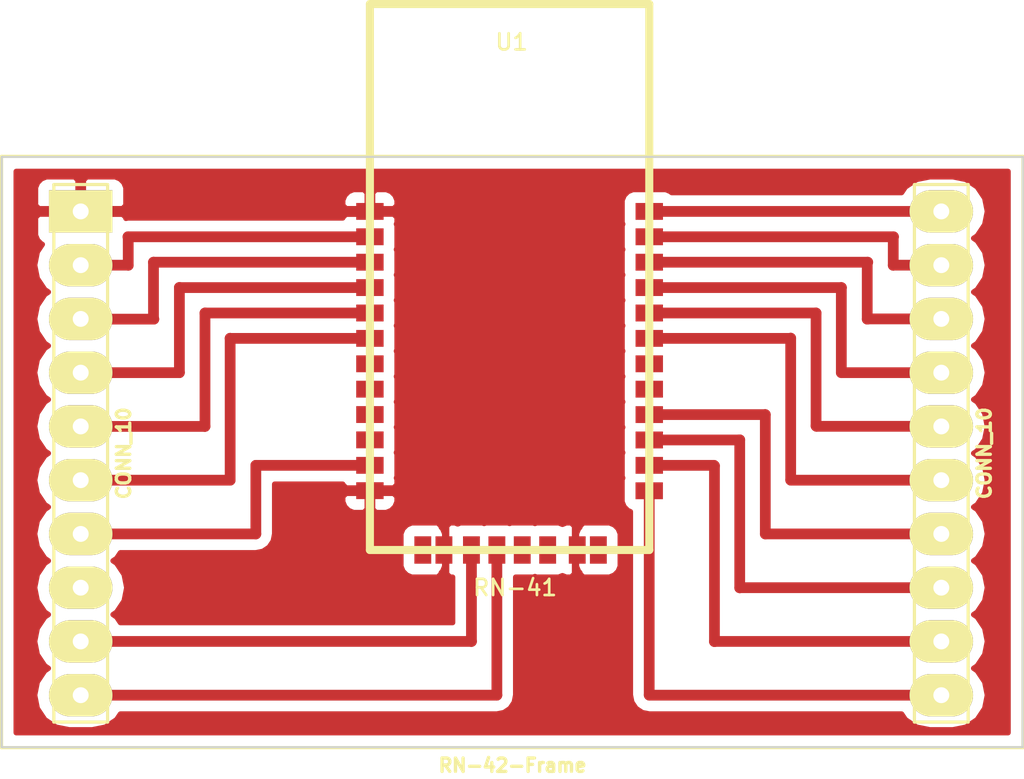
<source format=kicad_pcb>
(kicad_pcb (version 3) (host pcbnew "(2013-03-31 BZR 4008)-stable")

  (general
    (links 22)
    (no_connects 2)
    (area 196.515919 157.396179 245.941921 194.99961)
    (thickness 1.6)
    (drawings 4)
    (tracks 80)
    (zones 0)
    (modules 4)
    (nets 20)
  )

  (page A3)
  (layers
    (15 F.Cu signal)
    (0 B.Cu signal)
    (16 B.Adhes user)
    (17 F.Adhes user)
    (18 B.Paste user)
    (19 F.Paste user)
    (20 B.SilkS user)
    (21 F.SilkS user)
    (22 B.Mask user)
    (23 F.Mask user)
    (24 Dwgs.User user)
    (25 Cmts.User user)
    (26 Eco1.User user)
    (27 Eco2.User user)
    (28 Edge.Cuts user)
  )

  (setup
    (last_trace_width 0.508)
    (trace_clearance 0.508)
    (zone_clearance 0.508)
    (zone_45_only no)
    (trace_min 0.254)
    (segment_width 0.2)
    (edge_width 0.1)
    (via_size 0.889)
    (via_drill 0.635)
    (via_min_size 0.889)
    (via_min_drill 0.508)
    (uvia_size 0.508)
    (uvia_drill 0.127)
    (uvias_allowed no)
    (uvia_min_size 0.508)
    (uvia_min_drill 0.127)
    (pcb_text_width 0.3)
    (pcb_text_size 1.5 1.5)
    (mod_edge_width 0.15)
    (mod_text_size 1 1)
    (mod_text_width 0.15)
    (pad_size 2 3)
    (pad_drill 0.75)
    (pad_to_mask_clearance 0)
    (aux_axis_origin 0 0)
    (visible_elements 7FFFFFFF)
    (pcbplotparams
      (layerselection 3178497)
      (usegerberextensions true)
      (excludeedgelayer true)
      (linewidth 152400)
      (plotframeref false)
      (viasonmask false)
      (mode 1)
      (useauxorigin false)
      (hpglpennumber 1)
      (hpglpenspeed 20)
      (hpglpendiameter 15)
      (hpglpenoverlay 2)
      (psnegative false)
      (psa4output false)
      (plotreference true)
      (plotvalue true)
      (plotothertext true)
      (plotinvisibletext false)
      (padsonsilk false)
      (subtractmaskfromsilk false)
      (outputformat 1)
      (mirror false)
      (drillshape 1)
      (scaleselection 1)
      (outputdirectory svg))
  )

  (net 0 "")
  (net 1 /GPIO10)
  (net 2 /GPIO11)
  (net 3 /GPIO6)
  (net 4 /GPIO7)
  (net 5 /RESET)
  (net 6 /SPI_CLOCK)
  (net 7 /SPI_MOSI)
  (net 8 /VDD)
  (net 9 GND)
  (net 10 N-000001)
  (net 11 N-0000010)
  (net 12 N-000002)
  (net 13 N-000003)
  (net 14 N-000004)
  (net 15 N-000005)
  (net 16 N-000006)
  (net 17 N-000007)
  (net 18 N-000008)
  (net 19 N-000009)

  (net_class Default "This is the default net class."
    (clearance 0.508)
    (trace_width 0.508)
    (via_dia 0.889)
    (via_drill 0.635)
    (uvia_dia 0.508)
    (uvia_drill 0.127)
    (add_net "")
    (add_net /GPIO10)
    (add_net /GPIO11)
    (add_net /GPIO6)
    (add_net /GPIO7)
    (add_net /RESET)
    (add_net /SPI_CLOCK)
    (add_net /SPI_MOSI)
    (add_net /VDD)
    (add_net GND)
    (add_net N-000001)
    (add_net N-0000010)
    (add_net N-000002)
    (add_net N-000003)
    (add_net N-000004)
    (add_net N-000005)
    (add_net N-000006)
    (add_net N-000007)
    (add_net N-000008)
    (add_net N-000009)
  )

  (module pinHeader-10x1x2 (layer F.Cu) (tedit 51BF20F7) (tstamp 51BE8854)
    (at 241.5032 179.324 270)
    (descr "Single rangee contacts 1 x 28 pins")
    (tags CONN)
    (path /51BE8205)
    (fp_text reference P2 (at 0 2.032 270) (layer F.SilkS) hide
      (effects (font (size 0.63246 0.63246) (thickness 0.15748)))
    )
    (fp_text value CONN_10 (at 0 -2.032 270) (layer F.SilkS)
      (effects (font (size 0.63246 0.63246) (thickness 0.15748)))
    )
    (fp_line (start -12.7 1.27) (end 12.7 1.27) (layer F.SilkS) (width 0.15))
    (fp_line (start 12.7 -1.27) (end -12.7 -1.27) (layer F.SilkS) (width 0.15))
    (fp_line (start 12.7 -1.27) (end 12.7 1.27) (layer F.SilkS) (width 0.15))
    (fp_line (start -12.7 1.27) (end -12.7 -1.27) (layer F.SilkS) (width 0.14986))
    (pad 1 thru_hole oval (at -11.43 0 270) (size 2 3) (drill 0.75)
      (layers *.Cu *.Mask F.SilkS)
      (net 11 N-0000010)
    )
    (pad 2 thru_hole oval (at -8.89 0 270) (size 2 3) (drill 0.75)
      (layers *.Cu *.Mask F.SilkS)
      (net 19 N-000009)
    )
    (pad 4 thru_hole oval (at -3.81 0 270) (size 2 3) (drill 0.75)
      (layers *.Cu *.Mask F.SilkS)
      (net 17 N-000007)
    )
    (pad 6 thru_hole oval (at 1.27 0 270) (size 2 3) (drill 0.75)
      (layers *.Cu *.Mask F.SilkS)
      (net 16 N-000006)
    )
    (pad 3 thru_hole oval (at -6.35 0 270) (size 2 3) (drill 0.75)
      (layers *.Cu *.Mask F.SilkS)
      (net 18 N-000008)
    )
    (pad 5 thru_hole oval (at -1.27 0 270) (size 2 3) (drill 0.75)
      (layers *.Cu *.Mask F.SilkS)
      (net 10 N-000001)
    )
    (pad 7 thru_hole oval (at 3.81 0 270) (size 2 3) (drill 0.75)
      (layers *.Cu *.Mask F.SilkS)
      (net 15 N-000005)
    )
    (pad 8 thru_hole oval (at 6.35 0 270) (size 2 3) (drill 0.75)
      (layers *.Cu *.Mask F.SilkS)
      (net 14 N-000004)
    )
    (pad 9 thru_hole oval (at 8.89 0 270) (size 2 3) (drill 0.75)
      (layers *.Cu *.Mask F.SilkS)
      (net 13 N-000003)
    )
    (pad 10 thru_hole oval (at 11.43 0 270) (size 2 3) (drill 0.75)
      (layers *.Cu *.Mask F.SilkS)
      (net 12 N-000002)
    )
  )

  (module RN-41 (layer F.Cu) (tedit 4FF4BF32) (tstamp 51BE8830)
    (at 214.503 167.894)
    (path /51BE8149)
    (fp_text reference U1 (at 6.70052 -8.001) (layer F.SilkS)
      (effects (font (size 0.762 0.762) (thickness 0.127)))
    )
    (fp_text value RN-41 (at 6.858 17.78) (layer F.SilkS)
      (effects (font (size 0.762 0.762) (thickness 0.127)))
    )
    (fp_line (start 13.20038 15.99946) (end 0 15.99946) (layer F.SilkS) (width 0.381))
    (fp_line (start 0 15.99946) (end 0 -9.79932) (layer F.SilkS) (width 0.381))
    (fp_line (start 0 -9.79932) (end 13.20038 -9.79932) (layer F.SilkS) (width 0.381))
    (fp_line (start 13.20038 -9.79932) (end 13.20038 15.99946) (layer F.SilkS) (width 0.381))
    (pad 11 smd rect (at 0 11.99896) (size 1.2954 0.79756)
      (layers F.Cu F.Paste F.Mask)
      (net 8 /VDD)
    )
    (pad 12 smd rect (at 0 13.1953) (size 1.2954 0.79756)
      (layers F.Cu F.Paste F.Mask)
      (net 9 GND)
    )
    (pad 10 smd rect (at 0 10.795) (size 1.2954 0.79756)
      (layers F.Cu F.Paste F.Mask)
    )
    (pad 9 smd rect (at 0 9.59866) (size 1.2954 0.79756)
      (layers F.Cu F.Paste F.Mask)
    )
    (pad 5 smd rect (at 0 4.8006) (size 1.2954 0.79756)
      (layers F.Cu F.Paste F.Mask)
      (net 5 /RESET)
    )
    (pad 6 smd rect (at 0 5.99948) (size 1.2954 0.79756)
      (layers F.Cu F.Paste F.Mask)
      (net 6 /SPI_CLOCK)
    )
    (pad 8 smd rect (at 0 8.39978) (size 1.2954 0.79756)
      (layers F.Cu F.Paste F.Mask)
    )
    (pad 7 smd rect (at 0 7.2009) (size 1.2954 0.79756)
      (layers F.Cu F.Paste F.Mask)
    )
    (pad 3 smd rect (at 0 2.4003) (size 1.2954 0.79756)
      (layers F.Cu F.Paste F.Mask)
      (net 3 /GPIO6)
    )
    (pad 4 smd rect (at 0 3.59918) (size 1.2954 0.79756)
      (layers F.Cu F.Paste F.Mask)
      (net 4 /GPIO7)
    )
    (pad 2 smd rect (at 0 1.19888) (size 1.2954 0.79756)
      (layers F.Cu F.Paste F.Mask)
      (net 7 /SPI_MOSI)
    )
    (pad 1 smd rect (at 0 0) (size 1.2954 0.79756)
      (layers F.Cu F.Paste F.Mask)
      (net 9 GND)
    )
    (pad 13 smd rect (at 13.19784 13.20038) (size 1.2954 0.79756)
      (layers F.Cu F.Paste F.Mask)
      (net 12 N-000002)
    )
    (pad 14 smd rect (at 13.20038 11.99896) (size 1.2954 0.79756)
      (layers F.Cu F.Paste F.Mask)
      (net 13 N-000003)
    )
    (pad 15 smd rect (at 13.20038 10.80008) (size 1.2954 0.79756)
      (layers F.Cu F.Paste F.Mask)
      (net 14 N-000004)
    )
    (pad 16 smd rect (at 13.20038 9.6012) (size 1.2954 0.79756)
      (layers F.Cu F.Paste F.Mask)
      (net 15 N-000005)
    )
    (pad 17 smd rect (at 13.20038 8.39978) (size 1.2954 0.79756)
      (layers F.Cu F.Paste F.Mask)
    )
    (pad 18 smd rect (at 13.20038 7.2009) (size 1.2954 0.79756)
      (layers F.Cu F.Paste F.Mask)
    )
    (pad 19 smd rect (at 13.20038 5.99948) (size 1.2954 0.79756)
      (layers F.Cu F.Paste F.Mask)
      (net 16 N-000006)
    )
    (pad 20 smd rect (at 13.20038 4.8006) (size 1.2954 0.79756)
      (layers F.Cu F.Paste F.Mask)
      (net 10 N-000001)
    )
    (pad 21 smd rect (at 13.20038 3.59918) (size 1.2954 0.79756)
      (layers F.Cu F.Paste F.Mask)
      (net 17 N-000007)
    )
    (pad 22 smd rect (at 13.20038 2.4003) (size 1.2954 0.79756)
      (layers F.Cu F.Paste F.Mask)
      (net 18 N-000008)
    )
    (pad 23 smd rect (at 13.20038 1.19888) (size 1.2954 0.79756)
      (layers F.Cu F.Paste F.Mask)
      (net 19 N-000009)
    )
    (pad 24 smd rect (at 13.20038 0) (size 1.2954 0.79756)
      (layers F.Cu F.Paste F.Mask)
      (net 11 N-0000010)
    )
    (pad 35 smd rect (at 2.49936 15.99946) (size 0.79756 1.2954)
      (layers F.Cu F.Paste F.Mask)
      (clearance 0.1778)
    )
    (pad 29 smd rect (at 3.49758 15.99946) (size 0.79756 1.2954)
      (layers F.Cu F.Paste F.Mask)
      (net 9 GND)
      (clearance 0.1778)
    )
    (pad 34 smd rect (at 4.79806 15.99946) (size 0.79756 1.2954)
      (layers F.Cu F.Paste F.Mask)
      (net 2 /GPIO11)
    )
    (pad 33 smd rect (at 5.99948 15.99946) (size 0.79756 1.2954)
      (layers F.Cu F.Paste F.Mask)
      (net 1 /GPIO10)
    )
    (pad 32 smd rect (at 7.19836 15.99946) (size 0.79756 1.2954)
      (layers F.Cu F.Paste F.Mask)
    )
    (pad 31 smd rect (at 8.39978 15.99946) (size 0.79756 1.2954)
      (layers F.Cu F.Paste F.Mask)
    )
    (pad 28 smd rect (at 9.79678 15.99946) (size 0.79756 1.2954)
      (layers F.Cu F.Paste F.Mask)
      (net 9 GND)
      (clearance 0.1778)
    )
    (pad 30 smd rect (at 10.795 15.99946) (size 0.79756 1.2954)
      (layers F.Cu F.Paste F.Mask)
      (clearance 0.1778)
    )
  )

  (module RN-42-Frame (layer F.Cu) (tedit 51BF1F58) (tstamp 51BF3907)
    (at 221.22892 179.26304)
    (descr "19 Pin 2.54 mm Single Row Male Pin Header")
    (tags CONN)
    (path /50827286)
    (fp_text reference Val** (at 4.7752 14.8336) (layer F.SilkS) hide
      (effects (font (size 0.63246 0.63246) (thickness 0.15748)))
    )
    (fp_text value RN-42-Frame (at 0.0127 14.8082) (layer F.SilkS)
      (effects (font (size 0.63246 0.63246) (thickness 0.15748)))
    )
    (fp_line (start -24.13 13.97) (end 24.13 13.97) (layer F.SilkS) (width 0.15))
    (fp_line (start 24.13 -13.97) (end -24.13 -13.97) (layer F.SilkS) (width 0.15))
    (fp_line (start 24.13 -13.97) (end 24.13 13.97) (layer F.SilkS) (width 0.15))
    (fp_line (start -24.13 13.97) (end -24.13 -13.97) (layer F.SilkS) (width 0.14986))
  )

  (module pinHeader-10x1x (layer F.Cu) (tedit 51BF20C1) (tstamp 51BE8842)
    (at 200.8378 179.324 270)
    (descr "Single rangee contacts 1 x 28 pins")
    (tags CONN)
    (path /51BE81F6)
    (fp_text reference P1 (at 0 2.032 270) (layer F.SilkS) hide
      (effects (font (size 0.63246 0.63246) (thickness 0.15748)))
    )
    (fp_text value CONN_10 (at 0 -2.032 270) (layer F.SilkS)
      (effects (font (size 0.63246 0.63246) (thickness 0.15748)))
    )
    (fp_line (start -12.7 1.27) (end 12.7 1.27) (layer F.SilkS) (width 0.15))
    (fp_line (start 12.7 -1.27) (end -12.7 -1.27) (layer F.SilkS) (width 0.15))
    (fp_line (start 12.7 -1.27) (end 12.7 1.27) (layer F.SilkS) (width 0.15))
    (fp_line (start -12.7 1.27) (end -12.7 -1.27) (layer F.SilkS) (width 0.14986))
    (pad 1 thru_hole rect (at -11.43 0 270) (size 2 3) (drill 0.75)
      (layers *.Cu *.Mask F.SilkS)
      (net 9 GND)
    )
    (pad 2 thru_hole oval (at -8.89 0 270) (size 2 3) (drill 0.75)
      (layers *.Cu *.Mask F.SilkS)
      (net 7 /SPI_MOSI)
    )
    (pad 4 thru_hole oval (at -3.81 0 270) (size 2 3) (drill 0.75)
      (layers *.Cu *.Mask F.SilkS)
      (net 4 /GPIO7)
    )
    (pad 6 thru_hole oval (at 1.27 0 270) (size 2 3) (drill 0.75)
      (layers *.Cu *.Mask F.SilkS)
      (net 6 /SPI_CLOCK)
    )
    (pad 3 thru_hole oval (at -6.35 0 270) (size 2 3) (drill 0.75)
      (layers *.Cu *.Mask F.SilkS)
      (net 3 /GPIO6)
    )
    (pad 5 thru_hole oval (at -1.27 0 270) (size 2 3) (drill 0.75)
      (layers *.Cu *.Mask F.SilkS)
      (net 5 /RESET)
    )
    (pad 7 thru_hole oval (at 3.81 0 270) (size 2 3) (drill 0.75)
      (layers *.Cu *.Mask F.SilkS)
      (net 8 /VDD)
    )
    (pad 8 thru_hole oval (at 6.35 0 270) (size 2 3) (drill 0.75)
      (layers *.Cu *.Mask F.SilkS)
    )
    (pad 9 thru_hole oval (at 8.89 0 270) (size 2 3) (drill 0.75)
      (layers *.Cu *.Mask F.SilkS)
      (net 2 /GPIO11)
    )
    (pad 10 thru_hole oval (at 11.43 0 270) (size 2 3) (drill 0.75)
      (layers *.Cu *.Mask F.SilkS)
      (net 1 /GPIO10)
    )
  )

  (gr_line (start 245.35384 165.31844) (end 197.10908 165.31844) (angle 90) (layer Edge.Cuts) (width 0.1))
  (gr_line (start 245.34368 193.20764) (end 245.35384 165.31844) (angle 90) (layer Edge.Cuts) (width 0.1))
  (gr_line (start 197.104 193.21272) (end 245.34368 193.20764) (angle 90) (layer Edge.Cuts) (width 0.1))
  (gr_line (start 197.10908 165.31336) (end 197.104 193.21272) (angle 90) (layer Edge.Cuts) (width 0.1))

  (segment (start 220.50248 183.89346) (end 220.50248 190.74892) (width 0.508) (layer F.Cu) (net 1))
  (segment (start 220.4974 190.754) (end 200.8378 190.754) (width 0.508) (layer F.Cu) (net 1) (tstamp 51BF1DAC))
  (segment (start 220.50248 190.74892) (end 220.4974 190.754) (width 0.508) (layer F.Cu) (net 1) (tstamp 51BF1DAB))
  (segment (start 219.30106 183.89346) (end 219.30106 188.21146) (width 0.508) (layer F.Cu) (net 2))
  (segment (start 219.29852 188.214) (end 200.8378 188.214) (width 0.508) (layer F.Cu) (net 2) (tstamp 51BF1DA9))
  (segment (start 219.30106 188.21146) (end 219.29852 188.214) (width 0.508) (layer F.Cu) (net 2) (tstamp 51BF1DA8))
  (segment (start 214.503 170.2943) (end 204.2795 170.2943) (width 0.508) (layer F.Cu) (net 3))
  (segment (start 200.84796 172.98416) (end 200.8378 172.974) (width 0.508) (layer F.Cu) (net 3) (tstamp 51BF1D84))
  (segment (start 204.2922 172.98416) (end 200.84796 172.98416) (width 0.508) (layer F.Cu) (net 3) (tstamp 51BF1D83))
  (segment (start 204.27696 172.96892) (end 204.2922 172.98416) (width 0.508) (layer F.Cu) (net 3) (tstamp 51BF1D80))
  (segment (start 204.27696 170.29684) (end 204.27696 172.96892) (width 0.508) (layer F.Cu) (net 3) (tstamp 51BF1D7F))
  (segment (start 204.2795 170.2943) (end 204.27696 170.29684) (width 0.508) (layer F.Cu) (net 3) (tstamp 51BF1D7E))
  (segment (start 214.503 171.49318) (end 205.50378 171.49318) (width 0.508) (layer F.Cu) (net 4))
  (segment (start 205.49616 175.514) (end 200.8378 175.514) (width 0.508) (layer F.Cu) (net 4) (tstamp 51BF1D89))
  (segment (start 205.50124 175.50892) (end 205.49616 175.514) (width 0.508) (layer F.Cu) (net 4) (tstamp 51BF1D88))
  (segment (start 205.50124 171.49064) (end 205.50124 175.50892) (width 0.508) (layer F.Cu) (net 4) (tstamp 51BF1D87))
  (segment (start 205.50378 171.49318) (end 205.50124 171.49064) (width 0.508) (layer F.Cu) (net 4) (tstamp 51BF1D86))
  (segment (start 214.503 172.6946) (end 206.71536 172.6946) (width 0.508) (layer F.Cu) (net 5))
  (segment (start 206.7052 178.054) (end 200.8378 178.054) (width 0.508) (layer F.Cu) (net 5) (tstamp 51BF1D8E))
  (segment (start 206.71028 178.04892) (end 206.7052 178.054) (width 0.508) (layer F.Cu) (net 5) (tstamp 51BF1D8D))
  (segment (start 206.71028 172.69968) (end 206.71028 178.04892) (width 0.508) (layer F.Cu) (net 5) (tstamp 51BF1D8C))
  (segment (start 206.71536 172.6946) (end 206.71028 172.69968) (width 0.508) (layer F.Cu) (net 5) (tstamp 51BF1D8B))
  (segment (start 214.503 173.89348) (end 207.90408 173.89348) (width 0.508) (layer F.Cu) (net 6))
  (segment (start 207.899 180.594) (end 200.8378 180.594) (width 0.508) (layer F.Cu) (net 6) (tstamp 51BF1D92))
  (segment (start 207.899 173.8884) (end 207.899 180.594) (width 0.508) (layer F.Cu) (net 6) (tstamp 51BF1D91))
  (segment (start 207.90408 173.89348) (end 207.899 173.8884) (width 0.508) (layer F.Cu) (net 6) (tstamp 51BF1D90))
  (segment (start 214.503 169.09288) (end 203.073 169.09288) (width 0.508) (layer F.Cu) (net 7))
  (segment (start 203.07808 170.434) (end 200.8378 170.434) (width 0.508) (layer F.Cu) (net 7) (tstamp 51BF1D75))
  (segment (start 203.08316 170.43908) (end 203.07808 170.434) (width 0.508) (layer F.Cu) (net 7) (tstamp 51BF1D74))
  (segment (start 203.08316 169.10304) (end 203.08316 170.43908) (width 0.508) (layer F.Cu) (net 7) (tstamp 51BF1D72))
  (segment (start 203.073 169.09288) (end 203.08316 169.10304) (width 0.508) (layer F.Cu) (net 7) (tstamp 51BF1D71))
  (segment (start 214.503 179.89296) (end 209.1182 179.89296) (width 0.508) (layer F.Cu) (net 8))
  (segment (start 209.11312 183.134) (end 200.8378 183.134) (width 0.508) (layer F.Cu) (net 8) (tstamp 51BF1D97))
  (segment (start 209.11312 179.89804) (end 209.11312 183.134) (width 0.508) (layer F.Cu) (net 8) (tstamp 51BF1D96))
  (segment (start 209.1182 179.89296) (end 209.11312 179.89804) (width 0.508) (layer F.Cu) (net 8) (tstamp 51BF1D95))
  (segment (start 214.503 167.894) (end 200.8378 167.894) (width 0.508) (layer F.Cu) (net 9) (tstamp 51BF1D4F))
  (segment (start 227.70338 172.6946) (end 235.57992 172.6946) (width 0.508) (layer F.Cu) (net 10))
  (segment (start 241.49812 178.04892) (end 241.5032 178.054) (width 0.508) (layer F.Cu) (net 10) (tstamp 51BF1DC4))
  (segment (start 235.60532 178.04892) (end 241.49812 178.04892) (width 0.508) (layer F.Cu) (net 10) (tstamp 51BF1DC3))
  (segment (start 235.585 178.0286) (end 235.60532 178.04892) (width 0.508) (layer F.Cu) (net 10) (tstamp 51BF1DC2))
  (segment (start 235.585 172.69968) (end 235.585 178.0286) (width 0.508) (layer F.Cu) (net 10) (tstamp 51BF1DC1))
  (segment (start 235.57992 172.6946) (end 235.585 172.69968) (width 0.508) (layer F.Cu) (net 10) (tstamp 51BF1DC0))
  (segment (start 227.70338 167.894) (end 241.5032 167.894) (width 0.508) (layer F.Cu) (net 11) (tstamp 51BF1D51))
  (segment (start 227.70084 181.09438) (end 227.70084 190.74384) (width 0.508) (layer F.Cu) (net 12))
  (segment (start 227.711 190.754) (end 241.5032 190.754) (width 0.508) (layer F.Cu) (net 12) (tstamp 51BF1DDD))
  (segment (start 227.70084 190.74384) (end 227.711 190.754) (width 0.508) (layer F.Cu) (net 12) (tstamp 51BF1DDC))
  (segment (start 227.70338 179.89296) (end 230.759 179.89296) (width 0.508) (layer F.Cu) (net 13))
  (segment (start 230.78948 188.214) (end 241.5032 188.214) (width 0.508) (layer F.Cu) (net 13) (tstamp 51BF1DDA))
  (segment (start 230.7844 188.21908) (end 230.78948 188.214) (width 0.508) (layer F.Cu) (net 13) (tstamp 51BF1DD9))
  (segment (start 230.7844 179.91836) (end 230.7844 188.21908) (width 0.508) (layer F.Cu) (net 13) (tstamp 51BF1DD8))
  (segment (start 230.759 179.89296) (end 230.7844 179.91836) (width 0.508) (layer F.Cu) (net 13) (tstamp 51BF1DD7))
  (segment (start 227.70338 178.69408) (end 231.97312 178.69408) (width 0.508) (layer F.Cu) (net 14))
  (segment (start 231.98328 185.674) (end 241.5032 185.674) (width 0.508) (layer F.Cu) (net 14) (tstamp 51BF1DD5))
  (segment (start 231.9782 185.67908) (end 231.98328 185.674) (width 0.508) (layer F.Cu) (net 14) (tstamp 51BF1DD4))
  (segment (start 231.9782 178.689) (end 231.9782 185.67908) (width 0.508) (layer F.Cu) (net 14) (tstamp 51BF1DD3))
  (segment (start 231.97312 178.69408) (end 231.9782 178.689) (width 0.508) (layer F.Cu) (net 14) (tstamp 51BF1DD2))
  (segment (start 227.70338 177.4952) (end 233.18216 177.4952) (width 0.508) (layer F.Cu) (net 15))
  (segment (start 233.18724 183.134) (end 241.5032 183.134) (width 0.508) (layer F.Cu) (net 15) (tstamp 51BF1DCF))
  (segment (start 233.18724 177.50028) (end 233.18724 183.134) (width 0.508) (layer F.Cu) (net 15) (tstamp 51BF1DCE))
  (segment (start 233.18216 177.4952) (end 233.18724 177.50028) (width 0.508) (layer F.Cu) (net 15) (tstamp 51BF1DCD))
  (segment (start 241.5032 180.594) (end 234.39628 180.594) (width 0.508) (layer F.Cu) (net 16))
  (segment (start 234.37596 173.89348) (end 234.38612 173.88332) (width 0.508) (layer F.Cu) (net 16) (tstamp 51BF1DC6))
  (segment (start 234.38612 173.88332) (end 234.38612 180.58384) (width 0.508) (layer F.Cu) (net 16) (tstamp 51BF1DC7))
  (segment (start 234.38612 180.58384) (end 234.39628 180.594) (width 0.508) (layer F.Cu) (net 16) (tstamp 51BF1DC8))
  (segment (start 234.37596 173.89348) (end 227.70338 173.89348) (width 0.508) (layer F.Cu) (net 16))
  (segment (start 227.70338 171.49318) (end 236.78134 171.49318) (width 0.508) (layer F.Cu) (net 17))
  (segment (start 236.78388 175.514) (end 241.5032 175.514) (width 0.508) (layer F.Cu) (net 17) (tstamp 51BF1DBE))
  (segment (start 236.7788 175.50892) (end 236.78388 175.514) (width 0.508) (layer F.Cu) (net 17) (tstamp 51BF1DBD))
  (segment (start 236.7788 171.49572) (end 236.7788 175.50892) (width 0.508) (layer F.Cu) (net 17) (tstamp 51BF1DBB))
  (segment (start 236.78134 171.49318) (end 236.7788 171.49572) (width 0.508) (layer F.Cu) (net 17) (tstamp 51BF1DBA))
  (segment (start 227.70338 170.2943) (end 238.02594 170.2943) (width 0.508) (layer F.Cu) (net 18))
  (segment (start 238.01324 172.974) (end 241.5032 172.974) (width 0.508) (layer F.Cu) (net 18) (tstamp 51BF1DB8))
  (segment (start 238.00308 172.98416) (end 238.01324 172.974) (width 0.508) (layer F.Cu) (net 18) (tstamp 51BF1DB7))
  (segment (start 238.00308 170.31716) (end 238.00308 172.98416) (width 0.508) (layer F.Cu) (net 18) (tstamp 51BF1DB5))
  (segment (start 238.02594 170.2943) (end 238.00308 170.31716) (width 0.508) (layer F.Cu) (net 18) (tstamp 51BF1DB4))
  (segment (start 227.70338 169.09288) (end 239.2426 169.09288) (width 0.508) (layer F.Cu) (net 19))
  (segment (start 239.23752 170.434) (end 241.5032 170.434) (width 0.508) (layer F.Cu) (net 19) (tstamp 51BF1DB2))
  (segment (start 239.23244 170.43908) (end 239.23752 170.434) (width 0.508) (layer F.Cu) (net 19) (tstamp 51BF1DB1))
  (segment (start 239.23244 169.10304) (end 239.23244 170.43908) (width 0.508) (layer F.Cu) (net 19) (tstamp 51BF1DAF))
  (segment (start 239.2426 169.09288) (end 239.23244 169.10304) (width 0.508) (layer F.Cu) (net 19) (tstamp 51BF1DAE))

  (zone (net 9) (net_name GND) (layer F.Cu) (tstamp 51BF452B) (hatch edge 0.508)
    (connect_pads (clearance 0.508))
    (min_thickness 0.254)
    (fill (arc_segments 16) (thermal_gap 0.508) (thermal_bridge_width 0.508))
    (polygon
      (pts
        (xy 244.856 192.659) (xy 197.612 192.659) (xy 197.612 165.862) (xy 244.856 165.862)
      )
    )
    (filled_polygon
      (pts
        (xy 244.65868 192.52772) (xy 243.680027 192.52772) (xy 243.680027 190.754) (xy 243.55557 190.128313) (xy 243.201147 189.59788)
        (xy 243.030713 189.484) (xy 243.201147 189.37012) (xy 243.55557 188.839687) (xy 243.680027 188.214) (xy 243.55557 187.588313)
        (xy 243.201147 187.05788) (xy 243.030713 186.944) (xy 243.201147 186.83012) (xy 243.55557 186.299687) (xy 243.680027 185.674)
        (xy 243.55557 185.048313) (xy 243.201147 184.51788) (xy 243.030713 184.404) (xy 243.201147 184.29012) (xy 243.55557 183.759687)
        (xy 243.680027 183.134) (xy 243.55557 182.508313) (xy 243.201147 181.97788) (xy 243.030713 181.864) (xy 243.201147 181.75012)
        (xy 243.55557 181.219687) (xy 243.680027 180.594) (xy 243.55557 179.968313) (xy 243.201147 179.43788) (xy 243.030713 179.324)
        (xy 243.201147 179.21012) (xy 243.55557 178.679687) (xy 243.680027 178.054) (xy 243.55557 177.428313) (xy 243.201147 176.89788)
        (xy 243.030713 176.784) (xy 243.201147 176.67012) (xy 243.55557 176.139687) (xy 243.680027 175.514) (xy 243.55557 174.888313)
        (xy 243.201147 174.35788) (xy 243.030713 174.244) (xy 243.201147 174.13012) (xy 243.55557 173.599687) (xy 243.680027 172.974)
        (xy 243.55557 172.348313) (xy 243.201147 171.81788) (xy 243.030713 171.704) (xy 243.201147 171.59012) (xy 243.55557 171.059687)
        (xy 243.680027 170.434) (xy 243.55557 169.808313) (xy 243.201147 169.27788) (xy 243.030713 169.164) (xy 243.201147 169.05012)
        (xy 243.55557 168.519687) (xy 243.680027 167.894) (xy 243.55557 167.268313) (xy 243.201147 166.73788) (xy 242.670714 166.383457)
        (xy 242.045027 166.259) (xy 240.961373 166.259) (xy 240.335686 166.383457) (xy 239.805253 166.73788) (xy 239.626769 167.005)
        (xy 228.758957 167.005) (xy 228.711248 166.957207) (xy 228.477944 166.860331) (xy 228.225325 166.86011) (xy 226.929925 166.86011)
        (xy 226.696451 166.956579) (xy 226.517667 167.135052) (xy 226.420791 167.368356) (xy 226.42057 167.620975) (xy 226.42057 168.418535)
        (xy 226.451476 168.493335) (xy 226.420791 168.567236) (xy 226.42057 168.819855) (xy 226.42057 169.617415) (xy 226.452002 169.693488)
        (xy 226.420791 169.768656) (xy 226.42057 170.021275) (xy 226.42057 170.818835) (xy 226.451476 170.893635) (xy 226.420791 170.967536)
        (xy 226.42057 171.220155) (xy 226.42057 172.017715) (xy 226.452002 172.093788) (xy 226.420791 172.168956) (xy 226.42057 172.421575)
        (xy 226.42057 173.219135) (xy 226.451476 173.293935) (xy 226.420791 173.367836) (xy 226.42057 173.620455) (xy 226.42057 174.418015)
        (xy 226.452002 174.494088) (xy 226.420791 174.569256) (xy 226.42057 174.821875) (xy 226.42057 175.619435) (xy 226.451476 175.694235)
        (xy 226.420791 175.768136) (xy 226.42057 176.020755) (xy 226.42057 176.818315) (xy 226.452002 176.894388) (xy 226.420791 176.969556)
        (xy 226.42057 177.222175) (xy 226.42057 178.019735) (xy 226.451476 178.094535) (xy 226.420791 178.168436) (xy 226.42057 178.421055)
        (xy 226.42057 179.218615) (xy 226.451476 179.293415) (xy 226.420791 179.367316) (xy 226.42057 179.619935) (xy 226.42057 180.417495)
        (xy 226.450736 180.490502) (xy 226.418251 180.568736) (xy 226.41803 180.821355) (xy 226.41803 181.618915) (xy 226.514499 181.852389)
        (xy 226.692972 182.031173) (xy 226.81184 182.080531) (xy 226.81184 190.74384) (xy 226.879511 191.084046) (xy 227.072222 191.372458)
        (xy 227.082382 191.382618) (xy 227.370794 191.575329) (xy 227.711 191.643) (xy 239.626769 191.643) (xy 239.805253 191.91012)
        (xy 240.335686 192.264543) (xy 240.961373 192.389) (xy 242.045027 192.389) (xy 242.670714 192.264543) (xy 243.201147 191.91012)
        (xy 243.55557 191.379687) (xy 243.680027 190.754) (xy 243.680027 192.52772) (xy 226.33189 192.52772) (xy 226.33189 184.415405)
        (xy 226.33189 183.120005) (xy 226.235421 182.886531) (xy 226.056948 182.707747) (xy 225.823644 182.610871) (xy 225.571025 182.61065)
        (xy 224.824315 182.61065) (xy 224.773465 182.61065) (xy 224.773408 182.610673) (xy 224.58553 182.61076) (xy 224.42678 182.76951)
        (xy 224.42678 182.820133) (xy 224.361207 182.885592) (xy 224.264331 183.118896) (xy 224.26411 183.371515) (xy 224.26411 184.666915)
        (xy 224.360579 184.900389) (xy 224.42678 184.966705) (xy 224.42678 185.01741) (xy 224.58553 185.17616) (xy 224.824315 185.17627)
        (xy 224.824738 185.176094) (xy 225.024975 185.17627) (xy 225.822535 185.17627) (xy 226.056009 185.079801) (xy 226.234793 184.901328)
        (xy 226.331669 184.668024) (xy 226.33189 184.415405) (xy 226.33189 192.52772) (xy 224.17278 192.52772) (xy 224.17278 185.01741)
        (xy 224.17278 184.02046) (xy 224.15278 184.02046) (xy 224.15278 183.76646) (xy 224.17278 183.76646) (xy 224.17278 182.76951)
        (xy 224.01403 182.61076) (xy 223.775245 182.61065) (xy 223.601139 182.682588) (xy 223.428424 182.610871) (xy 223.175805 182.61065)
        (xy 222.378245 182.61065) (xy 222.302171 182.642082) (xy 222.227004 182.610871) (xy 221.974385 182.61065) (xy 221.176825 182.61065)
        (xy 221.102024 182.641556) (xy 221.028124 182.610871) (xy 220.775505 182.61065) (xy 219.977945 182.61065) (xy 219.901871 182.642082)
        (xy 219.826704 182.610871) (xy 219.574085 182.61065) (xy 218.776525 182.61065) (xy 218.65082 182.662589) (xy 218.525115 182.61065)
        (xy 218.28633 182.61076) (xy 218.12758 182.76951) (xy 218.12758 183.76646) (xy 218.14758 183.76646) (xy 218.14758 184.02046)
        (xy 218.12758 184.02046) (xy 218.12758 185.01741) (xy 218.28633 185.17616) (xy 218.41206 185.176217) (xy 218.41206 187.325)
        (xy 218.03625 187.325) (xy 218.03625 184.415405) (xy 218.03625 183.120005) (xy 217.939781 182.886531) (xy 217.87358 182.820214)
        (xy 217.87358 182.76951) (xy 217.71483 182.61076) (xy 217.476045 182.61065) (xy 217.475621 182.610825) (xy 217.275385 182.61065)
        (xy 216.477825 182.61065) (xy 216.244351 182.707119) (xy 216.065567 182.885592) (xy 215.968691 183.118896) (xy 215.96847 183.371515)
        (xy 215.96847 184.666915) (xy 216.064939 184.900389) (xy 216.243412 185.079173) (xy 216.476716 185.176049) (xy 216.729335 185.17627)
        (xy 217.476045 185.17627) (xy 217.526895 185.17627) (xy 217.526951 185.176246) (xy 217.71483 185.17616) (xy 217.87358 185.01741)
        (xy 217.87358 184.966786) (xy 217.939153 184.901328) (xy 218.036029 184.668024) (xy 218.03625 184.415405) (xy 218.03625 187.325)
        (xy 215.78581 187.325) (xy 215.78581 181.362325) (xy 215.7857 181.37505) (xy 215.62695 181.2163) (xy 214.63 181.2163)
        (xy 214.63 181.96433) (xy 214.78875 182.12308) (xy 215.276455 182.12319) (xy 215.509929 182.026721) (xy 215.688713 181.848248)
        (xy 215.785589 181.614944) (xy 215.78581 181.362325) (xy 215.78581 187.325) (xy 214.376 187.325) (xy 214.376 181.96433)
        (xy 214.376 181.2163) (xy 213.37905 181.2163) (xy 213.2203 181.37505) (xy 213.22019 181.362325) (xy 213.220411 181.614944)
        (xy 213.317287 181.848248) (xy 213.496071 182.026721) (xy 213.729545 182.12319) (xy 214.21725 182.12308) (xy 214.376 181.96433)
        (xy 214.376 187.325) (xy 202.71423 187.325) (xy 202.535747 187.05788) (xy 202.365313 186.944) (xy 202.535747 186.83012)
        (xy 202.89017 186.299687) (xy 203.014627 185.674) (xy 202.89017 185.048313) (xy 202.535747 184.51788) (xy 202.365313 184.404)
        (xy 202.535747 184.29012) (xy 202.71423 184.023) (xy 209.11312 184.023) (xy 209.453326 183.955329) (xy 209.741738 183.762618)
        (xy 209.934449 183.474206) (xy 210.00212 183.134) (xy 210.00212 180.78196) (xy 213.22022 180.78196) (xy 213.22019 180.816275)
        (xy 213.2203 180.80355) (xy 213.37905 180.9623) (xy 214.376 180.9623) (xy 214.376 180.9423) (xy 214.63 180.9423)
        (xy 214.63 180.9623) (xy 215.62695 180.9623) (xy 215.7857 180.80355) (xy 215.78581 180.816275) (xy 215.785589 180.563656)
        (xy 215.755473 180.49113) (xy 215.785589 180.418604) (xy 215.78581 180.165985) (xy 215.78581 179.368425) (xy 215.75385 179.291077)
        (xy 215.785589 179.214644) (xy 215.78581 178.962025) (xy 215.78581 178.164465) (xy 215.755429 178.090937) (xy 215.785589 178.018304)
        (xy 215.78581 177.765685) (xy 215.78581 176.968125) (xy 215.754903 176.893324) (xy 215.785589 176.819424) (xy 215.78581 176.566805)
        (xy 215.78581 175.769245) (xy 215.754903 175.694444) (xy 215.785589 175.620544) (xy 215.78581 175.367925) (xy 215.78581 174.570365)
        (xy 215.754377 174.494291) (xy 215.785589 174.419124) (xy 215.78581 174.166505) (xy 215.78581 173.368945) (xy 215.754903 173.294144)
        (xy 215.785589 173.220244) (xy 215.78581 172.967625) (xy 215.78581 172.170065) (xy 215.754377 172.093991) (xy 215.785589 172.018824)
        (xy 215.78581 171.766205) (xy 215.78581 170.968645) (xy 215.754903 170.893844) (xy 215.785589 170.819944) (xy 215.78581 170.567325)
        (xy 215.78581 169.769765) (xy 215.754377 169.693691) (xy 215.785589 169.618524) (xy 215.78581 169.365905) (xy 215.78581 168.568345)
        (xy 215.754903 168.493544) (xy 215.785589 168.419644) (xy 215.78581 168.167025) (xy 215.78581 167.620975) (xy 215.785589 167.368356)
        (xy 215.688713 167.135052) (xy 215.509929 166.956579) (xy 215.276455 166.86011) (xy 214.78875 166.86022) (xy 214.63 167.01897)
        (xy 214.63 167.767) (xy 215.62695 167.767) (xy 215.7857 167.60825) (xy 215.78581 167.620975) (xy 215.78581 168.167025)
        (xy 215.7857 168.17975) (xy 215.62695 168.021) (xy 214.63 168.021) (xy 214.63 168.041) (xy 214.376 168.041)
        (xy 214.376 168.021) (xy 214.376 167.767) (xy 214.376 167.01897) (xy 214.21725 166.86022) (xy 213.729545 166.86011)
        (xy 213.496071 166.956579) (xy 213.317287 167.135052) (xy 213.220411 167.368356) (xy 213.22019 167.620975) (xy 213.2203 167.60825)
        (xy 213.37905 167.767) (xy 214.376 167.767) (xy 214.376 168.021) (xy 213.37905 168.021) (xy 213.2203 168.17975)
        (xy 213.22019 168.167025) (xy 213.220222 168.20388) (xy 203.073 168.20388) (xy 202.97291 168.223788) (xy 202.97291 166.768245)
        (xy 202.876441 166.534771) (xy 202.697968 166.355987) (xy 202.464664 166.259111) (xy 202.212045 166.25889) (xy 201.12355 166.259)
        (xy 200.9648 166.41775) (xy 200.9648 167.767) (xy 202.81405 167.767) (xy 202.9728 167.60825) (xy 202.97291 166.768245)
        (xy 202.97291 168.223788) (xy 202.972805 168.223809) (xy 202.9728 168.17975) (xy 202.81405 168.021) (xy 200.9648 168.021)
        (xy 200.9648 168.041) (xy 200.7108 168.041) (xy 200.7108 168.021) (xy 200.7108 167.767) (xy 200.7108 166.41775)
        (xy 200.55205 166.259) (xy 199.463555 166.25889) (xy 199.210936 166.259111) (xy 198.977632 166.355987) (xy 198.799159 166.534771)
        (xy 198.70269 166.768245) (xy 198.7028 167.60825) (xy 198.86155 167.767) (xy 200.7108 167.767) (xy 200.7108 168.021)
        (xy 198.86155 168.021) (xy 198.7028 168.17975) (xy 198.70269 169.019755) (xy 198.799159 169.253229) (xy 198.977632 169.432013)
        (xy 199.024 169.451266) (xy 198.78543 169.808313) (xy 198.660973 170.434) (xy 198.78543 171.059687) (xy 199.139853 171.59012)
        (xy 199.310286 171.704) (xy 199.139853 171.81788) (xy 198.78543 172.348313) (xy 198.660973 172.974) (xy 198.78543 173.599687)
        (xy 199.139853 174.13012) (xy 199.310286 174.244) (xy 199.139853 174.35788) (xy 198.78543 174.888313) (xy 198.660973 175.514)
        (xy 198.78543 176.139687) (xy 199.139853 176.67012) (xy 199.310286 176.784) (xy 199.139853 176.89788) (xy 198.78543 177.428313)
        (xy 198.660973 178.054) (xy 198.78543 178.679687) (xy 199.139853 179.21012) (xy 199.310286 179.324) (xy 199.139853 179.43788)
        (xy 198.78543 179.968313) (xy 198.660973 180.594) (xy 198.78543 181.219687) (xy 199.139853 181.75012) (xy 199.310286 181.864)
        (xy 199.139853 181.97788) (xy 198.78543 182.508313) (xy 198.660973 183.134) (xy 198.78543 183.759687) (xy 199.139853 184.29012)
        (xy 199.310286 184.404) (xy 199.139853 184.51788) (xy 198.78543 185.048313) (xy 198.660973 185.674) (xy 198.78543 186.299687)
        (xy 199.139853 186.83012) (xy 199.310286 186.944) (xy 199.139853 187.05788) (xy 198.78543 187.588313) (xy 198.660973 188.214)
        (xy 198.78543 188.839687) (xy 199.139853 189.37012) (xy 199.310286 189.484) (xy 199.139853 189.59788) (xy 198.78543 190.128313)
        (xy 198.660973 190.754) (xy 198.78543 191.379687) (xy 199.139853 191.91012) (xy 199.670286 192.264543) (xy 200.295973 192.389)
        (xy 201.379627 192.389) (xy 202.005314 192.264543) (xy 202.535747 191.91012) (xy 202.71423 191.643) (xy 220.4974 191.643)
        (xy 220.837605 191.575329) (xy 220.837606 191.575329) (xy 221.126018 191.382618) (xy 221.131098 191.377538) (xy 221.323809 191.089126)
        (xy 221.323809 191.089125) (xy 221.39148 190.74892) (xy 221.39148 185.176237) (xy 221.428335 185.17627) (xy 222.225895 185.17627)
        (xy 222.301968 185.144837) (xy 222.377136 185.176049) (xy 222.629755 185.17627) (xy 223.427315 185.17627) (xy 223.60128 185.104389)
        (xy 223.775245 185.17627) (xy 224.01403 185.17616) (xy 224.17278 185.01741) (xy 224.17278 192.52772) (xy 197.789 192.52772)
        (xy 197.789 166.00344) (xy 244.65868 166.00344) (xy 244.65868 192.52772)
      )
    )
  )
)

</source>
